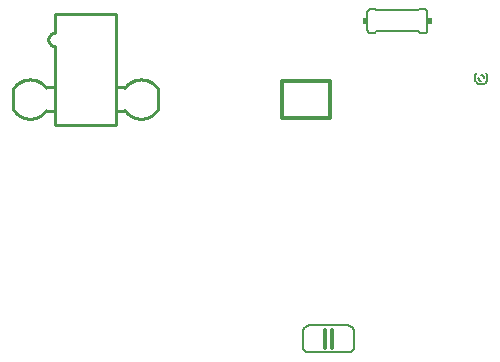
<source format=gto>
G75*
%MOIN*%
%OFA0B0*%
%FSLAX25Y25*%
%IPPOS*%
%LPD*%
%AMOC8*
5,1,8,0,0,1.08239X$1,22.5*
%
%ADD10C,0.00600*%
%ADD11C,0.01200*%
%ADD12R,0.01500X0.02000*%
%ADD13C,0.01181*%
%ADD14C,0.01000*%
D10*
X0105500Y0028500D02*
X0105500Y0033500D01*
X0105502Y0033587D01*
X0105508Y0033674D01*
X0105517Y0033761D01*
X0105530Y0033847D01*
X0105547Y0033933D01*
X0105568Y0034018D01*
X0105593Y0034101D01*
X0105621Y0034184D01*
X0105652Y0034265D01*
X0105687Y0034345D01*
X0105726Y0034423D01*
X0105768Y0034500D01*
X0105813Y0034575D01*
X0105862Y0034647D01*
X0105913Y0034718D01*
X0105968Y0034786D01*
X0106025Y0034851D01*
X0106086Y0034914D01*
X0106149Y0034975D01*
X0106214Y0035032D01*
X0106282Y0035087D01*
X0106353Y0035138D01*
X0106425Y0035187D01*
X0106500Y0035232D01*
X0106577Y0035274D01*
X0106655Y0035313D01*
X0106735Y0035348D01*
X0106816Y0035379D01*
X0106899Y0035407D01*
X0106982Y0035432D01*
X0107067Y0035453D01*
X0107153Y0035470D01*
X0107239Y0035483D01*
X0107326Y0035492D01*
X0107413Y0035498D01*
X0107500Y0035500D01*
X0120500Y0035500D01*
X0120587Y0035498D01*
X0120674Y0035492D01*
X0120761Y0035483D01*
X0120847Y0035470D01*
X0120933Y0035453D01*
X0121018Y0035432D01*
X0121101Y0035407D01*
X0121184Y0035379D01*
X0121265Y0035348D01*
X0121345Y0035313D01*
X0121423Y0035274D01*
X0121500Y0035232D01*
X0121575Y0035187D01*
X0121647Y0035138D01*
X0121718Y0035087D01*
X0121786Y0035032D01*
X0121851Y0034975D01*
X0121914Y0034914D01*
X0121975Y0034851D01*
X0122032Y0034786D01*
X0122087Y0034718D01*
X0122138Y0034647D01*
X0122187Y0034575D01*
X0122232Y0034500D01*
X0122274Y0034423D01*
X0122313Y0034345D01*
X0122348Y0034265D01*
X0122379Y0034184D01*
X0122407Y0034101D01*
X0122432Y0034018D01*
X0122453Y0033933D01*
X0122470Y0033847D01*
X0122483Y0033761D01*
X0122492Y0033674D01*
X0122498Y0033587D01*
X0122500Y0033500D01*
X0122500Y0028500D01*
X0122498Y0028413D01*
X0122492Y0028326D01*
X0122483Y0028239D01*
X0122470Y0028153D01*
X0122453Y0028067D01*
X0122432Y0027982D01*
X0122407Y0027899D01*
X0122379Y0027816D01*
X0122348Y0027735D01*
X0122313Y0027655D01*
X0122274Y0027577D01*
X0122232Y0027500D01*
X0122187Y0027425D01*
X0122138Y0027353D01*
X0122087Y0027282D01*
X0122032Y0027214D01*
X0121975Y0027149D01*
X0121914Y0027086D01*
X0121851Y0027025D01*
X0121786Y0026968D01*
X0121718Y0026913D01*
X0121647Y0026862D01*
X0121575Y0026813D01*
X0121500Y0026768D01*
X0121423Y0026726D01*
X0121345Y0026687D01*
X0121265Y0026652D01*
X0121184Y0026621D01*
X0121101Y0026593D01*
X0121018Y0026568D01*
X0120933Y0026547D01*
X0120847Y0026530D01*
X0120761Y0026517D01*
X0120674Y0026508D01*
X0120587Y0026502D01*
X0120500Y0026500D01*
X0107500Y0026500D01*
X0107413Y0026502D01*
X0107326Y0026508D01*
X0107239Y0026517D01*
X0107153Y0026530D01*
X0107067Y0026547D01*
X0106982Y0026568D01*
X0106899Y0026593D01*
X0106816Y0026621D01*
X0106735Y0026652D01*
X0106655Y0026687D01*
X0106577Y0026726D01*
X0106500Y0026768D01*
X0106425Y0026813D01*
X0106353Y0026862D01*
X0106282Y0026913D01*
X0106214Y0026968D01*
X0106149Y0027025D01*
X0106086Y0027086D01*
X0106025Y0027149D01*
X0105968Y0027214D01*
X0105913Y0027282D01*
X0105862Y0027353D01*
X0105813Y0027425D01*
X0105768Y0027500D01*
X0105726Y0027577D01*
X0105687Y0027655D01*
X0105652Y0027735D01*
X0105621Y0027816D01*
X0105593Y0027899D01*
X0105568Y0027982D01*
X0105547Y0028067D01*
X0105530Y0028153D01*
X0105517Y0028239D01*
X0105508Y0028326D01*
X0105502Y0028413D01*
X0105500Y0028500D01*
X0163500Y0116500D02*
X0163000Y0117000D01*
X0163000Y0119000D01*
X0163500Y0119500D01*
X0163500Y0116500D02*
X0163565Y0116438D01*
X0163633Y0116378D01*
X0163703Y0116322D01*
X0163775Y0116268D01*
X0163850Y0116218D01*
X0163927Y0116171D01*
X0164005Y0116127D01*
X0164086Y0116086D01*
X0164168Y0116049D01*
X0164251Y0116016D01*
X0164336Y0115986D01*
X0164422Y0115959D01*
X0164509Y0115937D01*
X0164597Y0115918D01*
X0164686Y0115902D01*
X0164775Y0115891D01*
X0164865Y0115883D01*
X0164955Y0115879D01*
X0165045Y0115879D01*
X0165135Y0115883D01*
X0165225Y0115891D01*
X0165314Y0115902D01*
X0165403Y0115918D01*
X0165491Y0115937D01*
X0165578Y0115959D01*
X0165664Y0115986D01*
X0165749Y0116016D01*
X0165832Y0116049D01*
X0165914Y0116086D01*
X0165995Y0116127D01*
X0166073Y0116171D01*
X0166150Y0116218D01*
X0166225Y0116268D01*
X0166297Y0116322D01*
X0166367Y0116378D01*
X0166435Y0116438D01*
X0166500Y0116500D01*
X0167000Y0117000D01*
X0167000Y0119000D01*
X0166500Y0119500D01*
X0166000Y0118000D02*
X0165998Y0118060D01*
X0165993Y0118121D01*
X0165984Y0118180D01*
X0165971Y0118239D01*
X0165955Y0118298D01*
X0165935Y0118355D01*
X0165912Y0118410D01*
X0165885Y0118465D01*
X0165856Y0118517D01*
X0165823Y0118568D01*
X0165787Y0118617D01*
X0165749Y0118663D01*
X0165707Y0118707D01*
X0165663Y0118749D01*
X0165617Y0118787D01*
X0165568Y0118823D01*
X0165517Y0118856D01*
X0165465Y0118885D01*
X0165410Y0118912D01*
X0165355Y0118935D01*
X0165298Y0118955D01*
X0165239Y0118971D01*
X0165180Y0118984D01*
X0165121Y0118993D01*
X0165060Y0118998D01*
X0165000Y0119000D01*
X0164000Y0118000D02*
X0164002Y0117940D01*
X0164007Y0117879D01*
X0164016Y0117820D01*
X0164029Y0117761D01*
X0164045Y0117702D01*
X0164065Y0117645D01*
X0164088Y0117590D01*
X0164115Y0117535D01*
X0164144Y0117483D01*
X0164177Y0117432D01*
X0164213Y0117383D01*
X0164251Y0117337D01*
X0164293Y0117293D01*
X0164337Y0117251D01*
X0164383Y0117213D01*
X0164432Y0117177D01*
X0164483Y0117144D01*
X0164535Y0117115D01*
X0164590Y0117088D01*
X0164645Y0117065D01*
X0164702Y0117045D01*
X0164761Y0117029D01*
X0164820Y0117016D01*
X0164879Y0117007D01*
X0164940Y0117002D01*
X0165000Y0117000D01*
X0146000Y0133000D02*
X0144500Y0133000D01*
X0144000Y0133500D01*
X0130000Y0133500D01*
X0129500Y0133000D01*
X0128000Y0133000D01*
X0127940Y0133002D01*
X0127879Y0133007D01*
X0127820Y0133016D01*
X0127761Y0133029D01*
X0127702Y0133045D01*
X0127645Y0133065D01*
X0127590Y0133088D01*
X0127535Y0133115D01*
X0127483Y0133144D01*
X0127432Y0133177D01*
X0127383Y0133213D01*
X0127337Y0133251D01*
X0127293Y0133293D01*
X0127251Y0133337D01*
X0127213Y0133383D01*
X0127177Y0133432D01*
X0127144Y0133483D01*
X0127115Y0133535D01*
X0127088Y0133590D01*
X0127065Y0133645D01*
X0127045Y0133702D01*
X0127029Y0133761D01*
X0127016Y0133820D01*
X0127007Y0133879D01*
X0127002Y0133940D01*
X0127000Y0134000D01*
X0127000Y0140000D01*
X0127002Y0140060D01*
X0127007Y0140121D01*
X0127016Y0140180D01*
X0127029Y0140239D01*
X0127045Y0140298D01*
X0127065Y0140355D01*
X0127088Y0140410D01*
X0127115Y0140465D01*
X0127144Y0140517D01*
X0127177Y0140568D01*
X0127213Y0140617D01*
X0127251Y0140663D01*
X0127293Y0140707D01*
X0127337Y0140749D01*
X0127383Y0140787D01*
X0127432Y0140823D01*
X0127483Y0140856D01*
X0127535Y0140885D01*
X0127590Y0140912D01*
X0127645Y0140935D01*
X0127702Y0140955D01*
X0127761Y0140971D01*
X0127820Y0140984D01*
X0127879Y0140993D01*
X0127940Y0140998D01*
X0128000Y0141000D01*
X0129500Y0141000D01*
X0130000Y0140500D01*
X0144000Y0140500D01*
X0144500Y0141000D01*
X0146000Y0141000D01*
X0146060Y0140998D01*
X0146121Y0140993D01*
X0146180Y0140984D01*
X0146239Y0140971D01*
X0146298Y0140955D01*
X0146355Y0140935D01*
X0146410Y0140912D01*
X0146465Y0140885D01*
X0146517Y0140856D01*
X0146568Y0140823D01*
X0146617Y0140787D01*
X0146663Y0140749D01*
X0146707Y0140707D01*
X0146749Y0140663D01*
X0146787Y0140617D01*
X0146823Y0140568D01*
X0146856Y0140517D01*
X0146885Y0140465D01*
X0146912Y0140410D01*
X0146935Y0140355D01*
X0146955Y0140298D01*
X0146971Y0140239D01*
X0146984Y0140180D01*
X0146993Y0140121D01*
X0146998Y0140060D01*
X0147000Y0140000D01*
X0147000Y0134000D01*
X0146998Y0133940D01*
X0146993Y0133879D01*
X0146984Y0133820D01*
X0146971Y0133761D01*
X0146955Y0133702D01*
X0146935Y0133645D01*
X0146912Y0133590D01*
X0146885Y0133535D01*
X0146856Y0133483D01*
X0146823Y0133432D01*
X0146787Y0133383D01*
X0146749Y0133337D01*
X0146707Y0133293D01*
X0146663Y0133251D01*
X0146617Y0133213D01*
X0146568Y0133177D01*
X0146517Y0133144D01*
X0146465Y0133115D01*
X0146410Y0133088D01*
X0146355Y0133065D01*
X0146298Y0133045D01*
X0146239Y0133029D01*
X0146180Y0133016D01*
X0146121Y0133007D01*
X0146060Y0133002D01*
X0146000Y0133000D01*
D11*
X0115200Y0034000D02*
X0115200Y0028000D01*
X0112700Y0028000D02*
X0112700Y0034000D01*
D12*
X0126250Y0137000D03*
X0147750Y0137000D03*
D13*
X0114598Y0116843D02*
X0098654Y0116843D01*
X0098654Y0104638D01*
X0114598Y0104638D01*
X0114598Y0116843D01*
D14*
X0057016Y0114488D02*
X0057016Y0107402D01*
X0057015Y0114488D02*
X0056927Y0114621D01*
X0056836Y0114752D01*
X0056742Y0114881D01*
X0056644Y0115008D01*
X0056544Y0115132D01*
X0056440Y0115253D01*
X0056334Y0115372D01*
X0056224Y0115489D01*
X0056112Y0115603D01*
X0055997Y0115714D01*
X0055880Y0115822D01*
X0055760Y0115927D01*
X0055637Y0116029D01*
X0055512Y0116128D01*
X0055384Y0116224D01*
X0055254Y0116317D01*
X0055122Y0116407D01*
X0054988Y0116494D01*
X0054852Y0116577D01*
X0054713Y0116657D01*
X0054573Y0116734D01*
X0054431Y0116807D01*
X0054288Y0116876D01*
X0054142Y0116942D01*
X0053995Y0117005D01*
X0053847Y0117064D01*
X0053697Y0117119D01*
X0053546Y0117171D01*
X0053393Y0117219D01*
X0053240Y0117263D01*
X0053085Y0117303D01*
X0052930Y0117340D01*
X0052774Y0117373D01*
X0052617Y0117402D01*
X0052459Y0117427D01*
X0052301Y0117448D01*
X0052142Y0117466D01*
X0051983Y0117479D01*
X0051823Y0117489D01*
X0051664Y0117495D01*
X0051504Y0117497D01*
X0051344Y0117495D01*
X0051185Y0117489D01*
X0051025Y0117479D01*
X0050866Y0117466D01*
X0050707Y0117448D01*
X0050549Y0117427D01*
X0050391Y0117402D01*
X0050234Y0117373D01*
X0050078Y0117340D01*
X0049923Y0117303D01*
X0049768Y0117263D01*
X0049615Y0117219D01*
X0049462Y0117171D01*
X0049311Y0117119D01*
X0049161Y0117064D01*
X0049013Y0117005D01*
X0048866Y0116942D01*
X0048720Y0116876D01*
X0048577Y0116807D01*
X0048435Y0116734D01*
X0048295Y0116657D01*
X0048156Y0116577D01*
X0048020Y0116494D01*
X0047886Y0116407D01*
X0047754Y0116317D01*
X0047624Y0116224D01*
X0047496Y0116128D01*
X0047371Y0116029D01*
X0047248Y0115927D01*
X0047128Y0115822D01*
X0047011Y0115714D01*
X0046896Y0115603D01*
X0046784Y0115489D01*
X0046674Y0115372D01*
X0046568Y0115253D01*
X0046464Y0115132D01*
X0046364Y0115008D01*
X0046266Y0114881D01*
X0046172Y0114752D01*
X0046081Y0114621D01*
X0045993Y0114488D01*
X0046386Y0114882D02*
X0043630Y0114882D01*
X0045993Y0107402D02*
X0046081Y0107269D01*
X0046172Y0107138D01*
X0046266Y0107009D01*
X0046364Y0106882D01*
X0046464Y0106758D01*
X0046568Y0106637D01*
X0046674Y0106518D01*
X0046784Y0106401D01*
X0046896Y0106287D01*
X0047011Y0106176D01*
X0047128Y0106068D01*
X0047248Y0105963D01*
X0047371Y0105861D01*
X0047496Y0105762D01*
X0047624Y0105666D01*
X0047754Y0105573D01*
X0047886Y0105483D01*
X0048020Y0105396D01*
X0048156Y0105313D01*
X0048295Y0105233D01*
X0048435Y0105156D01*
X0048577Y0105083D01*
X0048720Y0105014D01*
X0048866Y0104948D01*
X0049013Y0104885D01*
X0049161Y0104826D01*
X0049311Y0104771D01*
X0049462Y0104719D01*
X0049615Y0104671D01*
X0049768Y0104627D01*
X0049923Y0104587D01*
X0050078Y0104550D01*
X0050234Y0104517D01*
X0050391Y0104488D01*
X0050549Y0104463D01*
X0050707Y0104442D01*
X0050866Y0104424D01*
X0051025Y0104411D01*
X0051185Y0104401D01*
X0051344Y0104395D01*
X0051504Y0104393D01*
X0051664Y0104395D01*
X0051823Y0104401D01*
X0051983Y0104411D01*
X0052142Y0104424D01*
X0052301Y0104442D01*
X0052459Y0104463D01*
X0052617Y0104488D01*
X0052774Y0104517D01*
X0052930Y0104550D01*
X0053085Y0104587D01*
X0053240Y0104627D01*
X0053393Y0104671D01*
X0053546Y0104719D01*
X0053697Y0104771D01*
X0053847Y0104826D01*
X0053995Y0104885D01*
X0054142Y0104948D01*
X0054288Y0105014D01*
X0054431Y0105083D01*
X0054573Y0105156D01*
X0054713Y0105233D01*
X0054852Y0105313D01*
X0054988Y0105396D01*
X0055122Y0105483D01*
X0055254Y0105573D01*
X0055384Y0105666D01*
X0055512Y0105762D01*
X0055637Y0105861D01*
X0055760Y0105963D01*
X0055880Y0106068D01*
X0055997Y0106176D01*
X0056112Y0106287D01*
X0056224Y0106401D01*
X0056334Y0106518D01*
X0056440Y0106637D01*
X0056544Y0106758D01*
X0056644Y0106882D01*
X0056742Y0107009D01*
X0056836Y0107138D01*
X0056927Y0107269D01*
X0057015Y0107402D01*
X0046386Y0107008D02*
X0043630Y0107008D01*
X0043236Y0102283D02*
X0043236Y0139291D01*
X0022764Y0139291D01*
X0022764Y0132992D01*
X0022672Y0132990D01*
X0022580Y0132984D01*
X0022489Y0132974D01*
X0022398Y0132961D01*
X0022308Y0132943D01*
X0022218Y0132922D01*
X0022130Y0132897D01*
X0022043Y0132868D01*
X0021957Y0132836D01*
X0021872Y0132800D01*
X0021789Y0132760D01*
X0021708Y0132717D01*
X0021629Y0132671D01*
X0021552Y0132621D01*
X0021477Y0132568D01*
X0021404Y0132511D01*
X0021334Y0132452D01*
X0021266Y0132390D01*
X0021201Y0132325D01*
X0021139Y0132257D01*
X0021080Y0132187D01*
X0021023Y0132114D01*
X0020970Y0132039D01*
X0020920Y0131962D01*
X0020874Y0131883D01*
X0020831Y0131802D01*
X0020791Y0131719D01*
X0020755Y0131634D01*
X0020723Y0131548D01*
X0020694Y0131461D01*
X0020669Y0131373D01*
X0020648Y0131283D01*
X0020630Y0131193D01*
X0020617Y0131102D01*
X0020607Y0131011D01*
X0020601Y0130919D01*
X0020599Y0130827D01*
X0020601Y0130735D01*
X0020607Y0130643D01*
X0020617Y0130552D01*
X0020630Y0130461D01*
X0020648Y0130371D01*
X0020669Y0130281D01*
X0020694Y0130193D01*
X0020723Y0130106D01*
X0020755Y0130020D01*
X0020791Y0129935D01*
X0020831Y0129852D01*
X0020874Y0129771D01*
X0020920Y0129692D01*
X0020970Y0129615D01*
X0021023Y0129540D01*
X0021080Y0129467D01*
X0021139Y0129397D01*
X0021201Y0129329D01*
X0021266Y0129264D01*
X0021334Y0129202D01*
X0021404Y0129143D01*
X0021477Y0129086D01*
X0021552Y0129033D01*
X0021629Y0128983D01*
X0021708Y0128937D01*
X0021789Y0128894D01*
X0021872Y0128854D01*
X0021957Y0128818D01*
X0022043Y0128786D01*
X0022130Y0128757D01*
X0022218Y0128732D01*
X0022308Y0128711D01*
X0022398Y0128693D01*
X0022489Y0128680D01*
X0022580Y0128670D01*
X0022672Y0128664D01*
X0022764Y0128662D01*
X0022764Y0128661D02*
X0022764Y0102283D01*
X0043236Y0102283D01*
X0022370Y0107008D02*
X0019614Y0107008D01*
X0020007Y0107402D02*
X0019919Y0107269D01*
X0019828Y0107138D01*
X0019734Y0107009D01*
X0019636Y0106882D01*
X0019536Y0106758D01*
X0019432Y0106637D01*
X0019326Y0106518D01*
X0019216Y0106401D01*
X0019104Y0106287D01*
X0018989Y0106176D01*
X0018872Y0106068D01*
X0018752Y0105963D01*
X0018629Y0105861D01*
X0018504Y0105762D01*
X0018376Y0105666D01*
X0018246Y0105573D01*
X0018114Y0105483D01*
X0017980Y0105396D01*
X0017844Y0105313D01*
X0017705Y0105233D01*
X0017565Y0105156D01*
X0017423Y0105083D01*
X0017280Y0105014D01*
X0017134Y0104948D01*
X0016987Y0104885D01*
X0016839Y0104826D01*
X0016689Y0104771D01*
X0016538Y0104719D01*
X0016385Y0104671D01*
X0016232Y0104627D01*
X0016077Y0104587D01*
X0015922Y0104550D01*
X0015766Y0104517D01*
X0015609Y0104488D01*
X0015451Y0104463D01*
X0015293Y0104442D01*
X0015134Y0104424D01*
X0014975Y0104411D01*
X0014815Y0104401D01*
X0014656Y0104395D01*
X0014496Y0104393D01*
X0014336Y0104395D01*
X0014177Y0104401D01*
X0014017Y0104411D01*
X0013858Y0104424D01*
X0013699Y0104442D01*
X0013541Y0104463D01*
X0013383Y0104488D01*
X0013226Y0104517D01*
X0013070Y0104550D01*
X0012915Y0104587D01*
X0012760Y0104627D01*
X0012607Y0104671D01*
X0012454Y0104719D01*
X0012303Y0104771D01*
X0012153Y0104826D01*
X0012005Y0104885D01*
X0011858Y0104948D01*
X0011712Y0105014D01*
X0011569Y0105083D01*
X0011427Y0105156D01*
X0011287Y0105233D01*
X0011148Y0105313D01*
X0011012Y0105396D01*
X0010878Y0105483D01*
X0010746Y0105573D01*
X0010616Y0105666D01*
X0010488Y0105762D01*
X0010363Y0105861D01*
X0010240Y0105963D01*
X0010120Y0106068D01*
X0010003Y0106176D01*
X0009888Y0106287D01*
X0009776Y0106401D01*
X0009666Y0106518D01*
X0009560Y0106637D01*
X0009456Y0106758D01*
X0009356Y0106882D01*
X0009258Y0107009D01*
X0009164Y0107138D01*
X0009073Y0107269D01*
X0008985Y0107402D01*
X0008984Y0107402D02*
X0008984Y0114488D01*
X0008985Y0114488D02*
X0009073Y0114621D01*
X0009164Y0114752D01*
X0009258Y0114881D01*
X0009356Y0115008D01*
X0009456Y0115132D01*
X0009560Y0115253D01*
X0009666Y0115372D01*
X0009776Y0115489D01*
X0009888Y0115603D01*
X0010003Y0115714D01*
X0010120Y0115822D01*
X0010240Y0115927D01*
X0010363Y0116029D01*
X0010488Y0116128D01*
X0010616Y0116224D01*
X0010746Y0116317D01*
X0010878Y0116407D01*
X0011012Y0116494D01*
X0011148Y0116577D01*
X0011287Y0116657D01*
X0011427Y0116734D01*
X0011569Y0116807D01*
X0011712Y0116876D01*
X0011858Y0116942D01*
X0012005Y0117005D01*
X0012153Y0117064D01*
X0012303Y0117119D01*
X0012454Y0117171D01*
X0012607Y0117219D01*
X0012760Y0117263D01*
X0012915Y0117303D01*
X0013070Y0117340D01*
X0013226Y0117373D01*
X0013383Y0117402D01*
X0013541Y0117427D01*
X0013699Y0117448D01*
X0013858Y0117466D01*
X0014017Y0117479D01*
X0014177Y0117489D01*
X0014336Y0117495D01*
X0014496Y0117497D01*
X0014656Y0117495D01*
X0014815Y0117489D01*
X0014975Y0117479D01*
X0015134Y0117466D01*
X0015293Y0117448D01*
X0015451Y0117427D01*
X0015609Y0117402D01*
X0015766Y0117373D01*
X0015922Y0117340D01*
X0016077Y0117303D01*
X0016232Y0117263D01*
X0016385Y0117219D01*
X0016538Y0117171D01*
X0016689Y0117119D01*
X0016839Y0117064D01*
X0016987Y0117005D01*
X0017134Y0116942D01*
X0017280Y0116876D01*
X0017423Y0116807D01*
X0017565Y0116734D01*
X0017705Y0116657D01*
X0017844Y0116577D01*
X0017980Y0116494D01*
X0018114Y0116407D01*
X0018246Y0116317D01*
X0018376Y0116224D01*
X0018504Y0116128D01*
X0018629Y0116029D01*
X0018752Y0115927D01*
X0018872Y0115822D01*
X0018989Y0115714D01*
X0019104Y0115603D01*
X0019216Y0115489D01*
X0019326Y0115372D01*
X0019432Y0115253D01*
X0019536Y0115132D01*
X0019636Y0115008D01*
X0019734Y0114881D01*
X0019828Y0114752D01*
X0019919Y0114621D01*
X0020007Y0114488D01*
X0019614Y0114882D02*
X0022370Y0114882D01*
M02*

</source>
